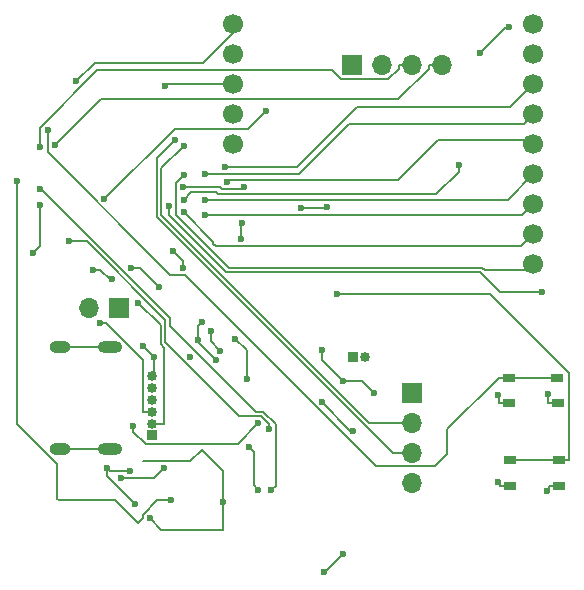
<source format=gbr>
%TF.GenerationSoftware,KiCad,Pcbnew,8.0.1*%
%TF.CreationDate,2024-05-04T10:24:30-07:00*%
%TF.ProjectId,schematic,73636865-6d61-4746-9963-2e6b69636164,rev?*%
%TF.SameCoordinates,Original*%
%TF.FileFunction,Copper,L2,Bot*%
%TF.FilePolarity,Positive*%
%FSLAX46Y46*%
G04 Gerber Fmt 4.6, Leading zero omitted, Abs format (unit mm)*
G04 Created by KiCad (PCBNEW 8.0.1) date 2024-05-04 10:24:30*
%MOMM*%
%LPD*%
G01*
G04 APERTURE LIST*
%TA.AperFunction,ComponentPad*%
%ADD10R,0.850000X0.850000*%
%TD*%
%TA.AperFunction,ComponentPad*%
%ADD11O,0.850000X0.850000*%
%TD*%
%TA.AperFunction,ComponentPad*%
%ADD12O,2.100000X1.000000*%
%TD*%
%TA.AperFunction,ComponentPad*%
%ADD13O,1.800000X1.000000*%
%TD*%
%TA.AperFunction,ComponentPad*%
%ADD14R,1.700000X1.700000*%
%TD*%
%TA.AperFunction,ComponentPad*%
%ADD15O,1.700000X1.700000*%
%TD*%
%TA.AperFunction,SMDPad,CuDef*%
%ADD16R,1.050000X0.650000*%
%TD*%
%TA.AperFunction,ComponentPad*%
%ADD17C,1.700000*%
%TD*%
%TA.AperFunction,ViaPad*%
%ADD18C,0.600000*%
%TD*%
%TA.AperFunction,Conductor*%
%ADD19C,0.200000*%
%TD*%
G04 APERTURE END LIST*
D10*
%TO.P,U4,1,VCC*%
%TO.N,+5V*%
X132600000Y-94400000D03*
D11*
%TO.P,U4,2,DP*%
%TO.N,/DP*%
X132600000Y-93400000D03*
%TO.P,U4,3,DN*%
%TO.N,/DN*%
X132600000Y-92400000D03*
%TO.P,U4,4,CC1*%
%TO.N,/CC1*%
X132600000Y-91400000D03*
%TO.P,U4,5,CC2*%
%TO.N,/CC2*%
X132600000Y-90400000D03*
%TO.P,U4,6,GND*%
%TO.N,GND*%
X132600000Y-89400000D03*
%TD*%
D12*
%TO.P,J5,S1,SHIELD*%
%TO.N,Net-(J5-SHIELD)*%
X129025000Y-86880000D03*
D13*
X124845000Y-86880000D03*
D12*
X129025000Y-95520000D03*
D13*
X124845000Y-95520000D03*
%TD*%
D14*
%TO.P,BT1,1,+*%
%TO.N,Net-(BT1-+)*%
X129800000Y-83600000D03*
D15*
%TO.P,BT1,2,-*%
%TO.N,GND*%
X127260000Y-83600000D03*
%TD*%
D14*
%TO.P,J3,1,Pin_1*%
%TO.N,GND*%
X149550000Y-63050000D03*
D15*
%TO.P,J3,2,Pin_2*%
%TO.N,+3V3*%
X152090000Y-63050000D03*
%TO.P,J3,3,Pin_3*%
%TO.N,/OLED_SCL*%
X154630000Y-63050000D03*
%TO.P,J3,4,Pin_4*%
%TO.N,/OLED_SDA*%
X157170000Y-63050000D03*
%TD*%
D10*
%TO.P,J1,1,Pin_1*%
%TO.N,Net-(BT1-+)*%
X149600000Y-87800000D03*
D11*
%TO.P,J1,2,Pin_2*%
%TO.N,Net-(D1-A)*%
X150600000Y-87800000D03*
%TD*%
D14*
%TO.P,J4,1,Pin_1*%
%TO.N,GND*%
X154650000Y-90780000D03*
D15*
%TO.P,J4,2,Pin_2*%
%TO.N,/TX*%
X154650000Y-93320000D03*
%TO.P,J4,3,Pin_3*%
%TO.N,/RX*%
X154650000Y-95860000D03*
%TO.P,J4,4,Pin_4*%
%TO.N,+3V3*%
X154650000Y-98400000D03*
%TD*%
D16*
%TO.P,SW1,1,1*%
%TO.N,GND*%
X162925000Y-98675000D03*
X167075000Y-98675000D03*
%TO.P,SW1,2,2*%
%TO.N,Net-(U1-EN)*%
X162925000Y-96525000D03*
X167050000Y-96525000D03*
%TD*%
D17*
%TO.P,U5,1,Vin*%
%TO.N,+3V3*%
X164835000Y-59600000D03*
%TO.P,U5,2,GND*%
%TO.N,GND*%
X164835000Y-62140000D03*
%TO.P,U5,3,EN*%
%TO.N,/LORA_EN*%
X164835000Y-64680000D03*
%TO.P,U5,4,G0*%
%TO.N,/LORA_GO*%
X164835000Y-67220000D03*
%TO.P,U5,5,SCK*%
%TO.N,/LORA_SCK*%
X164835000Y-69760000D03*
%TO.P,U5,6,MISO*%
%TO.N,/LORA_MISO*%
X164835000Y-72300000D03*
%TO.P,U5,7,MOSI*%
%TO.N,/LORA_MOSI*%
X164835000Y-74840000D03*
%TO.P,U5,8,CS*%
%TO.N,/LORA_CS*%
X164835000Y-77380000D03*
%TO.P,U5,9,RST*%
%TO.N,/LORA_RST*%
X164835000Y-79920000D03*
%TO.P,U5,10,G1*%
%TO.N,/LORA_G1*%
X139435000Y-59600000D03*
%TO.P,U5,11,G2*%
%TO.N,/LORA_G2*%
X139435000Y-62140000D03*
%TO.P,U5,12,G3*%
%TO.N,/LORA_G3*%
X139435000Y-64680000D03*
%TO.P,U5,13,G4*%
%TO.N,/LORA_G4*%
X139435000Y-67220000D03*
%TO.P,U5,14,G5*%
%TO.N,/LORA_G5*%
X139435000Y-69760000D03*
%TD*%
D16*
%TO.P,SW3,1,1*%
%TO.N,GND*%
X162800000Y-91675000D03*
X166950000Y-91675000D03*
%TO.P,SW3,2,2*%
%TO.N,Net-(U1-IO0)*%
X162800000Y-89525000D03*
X166925000Y-89525000D03*
%TD*%
D18*
%TO.N,GND*%
X131800000Y-86800000D03*
X136800000Y-84800000D03*
X135824265Y-87775735D03*
X132800000Y-87800000D03*
X136475735Y-86324265D03*
X135200000Y-80200000D03*
X151400000Y-90800000D03*
X131200000Y-100200000D03*
X133200000Y-81800000D03*
X147000000Y-87200000D03*
X130758949Y-97400000D03*
X148800000Y-89800000D03*
X147000000Y-91600000D03*
X134400000Y-78800000D03*
X138600000Y-100000000D03*
X166123300Y-90900000D03*
X161884000Y-98307700D03*
X130800000Y-80200000D03*
X161874800Y-91006700D03*
X129200000Y-81200000D03*
X127600000Y-80400000D03*
X166040400Y-99083900D03*
X149600000Y-94000000D03*
X147200000Y-106000000D03*
X128800000Y-97200000D03*
X132400000Y-101400000D03*
X148800000Y-104400000D03*
X138000000Y-88000000D03*
%TO.N,+5V*%
X133600000Y-97200000D03*
X137600000Y-85600000D03*
X137600000Y-85600000D03*
X130000000Y-98000000D03*
X138375735Y-87224265D03*
%TO.N,+3V3*%
X141600000Y-99000000D03*
X140167224Y-77767224D03*
X147400000Y-75033300D03*
X140345800Y-73384600D03*
X145200000Y-75175900D03*
X140800000Y-95400000D03*
X135248300Y-73386900D03*
X140200000Y-76400000D03*
X139600000Y-86200000D03*
X160400000Y-62000000D03*
X140600000Y-89600000D03*
X162800000Y-59800000D03*
%TO.N,Net-(U1-EN)*%
X148267600Y-82440700D03*
%TO.N,/DP*%
X131453000Y-83215500D03*
%TO.N,/DN*%
X128217500Y-84846500D03*
%TO.N,/LED_1*%
X123122500Y-74894200D03*
X122560400Y-78922900D03*
%TO.N,/LED_3*%
X142257000Y-66920500D03*
X128575000Y-74369900D03*
%TO.N,/LED_4*%
X125601800Y-77968300D03*
X142473100Y-93890700D03*
%TO.N,/LED_5*%
X165645200Y-82281500D03*
X133997800Y-75005600D03*
%TO.N,/OLED_SDA*%
X124392000Y-69815700D03*
%TO.N,/OLED_SCL*%
X123120200Y-69982100D03*
%TO.N,/TX*%
X135292700Y-69862100D03*
%TO.N,/RX*%
X134507400Y-69413100D03*
%TO.N,/BAT*%
X158600000Y-71473100D03*
X135285000Y-74429600D03*
%TO.N,Net-(U1-IO0)*%
X123784600Y-68540300D03*
%TO.N,/BTN_1*%
X134200000Y-99898900D03*
X121205600Y-72825000D03*
%TO.N,/BTN_2*%
X142703800Y-99059200D03*
X123109900Y-73534300D03*
%TO.N,/LORA_CS*%
X135276100Y-75481200D03*
%TO.N,/LORA_RST*%
X135295400Y-72353500D03*
%TO.N,/LORA_GO*%
X137105300Y-72277000D03*
%TO.N,/LORA_EN*%
X138790200Y-71680200D03*
%TO.N,/LORA_SCK*%
X138978700Y-72939100D03*
%TO.N,/LORA_G1*%
X126204700Y-64396500D03*
%TO.N,/LORA_MISO*%
X137117100Y-74433300D03*
%TO.N,/LORA_MOSI*%
X137125800Y-75775900D03*
%TO.N,/LORA_G3*%
X133711600Y-64776800D03*
%TO.N,Net-(J5-CC2)*%
X131005700Y-93573600D03*
X141599900Y-93382600D03*
%TD*%
D19*
%TO.N,GND*%
X132600000Y-89400000D02*
X132800000Y-89200000D01*
X138600000Y-100000000D02*
X138600000Y-97400000D01*
X133400000Y-102400000D02*
X132400000Y-101400000D01*
X130800000Y-80200000D02*
X131600000Y-80200000D01*
X149400000Y-94000000D02*
X149600000Y-94000000D01*
X128800000Y-97200000D02*
X128800000Y-97800000D01*
X147000000Y-91600000D02*
X149400000Y-94000000D01*
X148800000Y-89800000D02*
X150400000Y-89800000D01*
X129000000Y-97400000D02*
X130758949Y-97400000D01*
X135800000Y-96600000D02*
X131800000Y-96600000D01*
X135200000Y-80200000D02*
X135200000Y-79600000D01*
X148800000Y-89800000D02*
X147000000Y-88000000D01*
X132800000Y-87800000D02*
X131800000Y-86800000D01*
X167075000Y-98675000D02*
X166248300Y-98675000D01*
X135200000Y-79600000D02*
X134400000Y-78800000D01*
X131600000Y-80200000D02*
X133200000Y-81800000D01*
X161874800Y-91006700D02*
X161973300Y-91105200D01*
X129000000Y-81200000D02*
X129200000Y-81200000D01*
X147400000Y-105800000D02*
X148800000Y-104400000D01*
X136475735Y-86324265D02*
X136475735Y-85124265D01*
X136800000Y-95600000D02*
X135800000Y-96600000D01*
X147000000Y-88000000D02*
X147000000Y-87200000D01*
X161884000Y-98307700D02*
X162098300Y-98522000D01*
X138600000Y-97400000D02*
X136800000Y-95600000D01*
X128200000Y-80400000D02*
X129000000Y-81200000D01*
X136475735Y-86475735D02*
X136475735Y-86324265D01*
X136475735Y-85124265D02*
X136800000Y-84800000D01*
X138000000Y-88000000D02*
X136475735Y-86475735D01*
X138600000Y-100000000D02*
X138600000Y-102400000D01*
X166123300Y-90900000D02*
X166123300Y-91675000D01*
X138600000Y-102400000D02*
X133400000Y-102400000D01*
X166040400Y-99083900D02*
X166248300Y-98876000D01*
X132800000Y-89200000D02*
X132800000Y-87800000D01*
X162800000Y-91675000D02*
X161973300Y-91675000D01*
X166248300Y-98876000D02*
X166248300Y-98675000D01*
X166950000Y-91675000D02*
X166123300Y-91675000D01*
X128800000Y-97800000D02*
X131200000Y-100200000D01*
X128800000Y-97200000D02*
X129000000Y-97400000D01*
X161973300Y-91105200D02*
X161973300Y-91675000D01*
X150400000Y-89800000D02*
X151400000Y-90800000D01*
X162098300Y-98522000D02*
X162098300Y-98675000D01*
X127600000Y-80400000D02*
X128200000Y-80400000D01*
X147200000Y-106000000D02*
X147400000Y-105800000D01*
X162925000Y-98675000D02*
X162098300Y-98675000D01*
%TO.N,+5V*%
X132800000Y-98000000D02*
X133600000Y-97200000D01*
X137600000Y-86448530D02*
X137600000Y-85600000D01*
X130000000Y-98000000D02*
X132800000Y-98000000D01*
X138375735Y-87224265D02*
X137600000Y-86448530D01*
%TO.N,+3V3*%
X147257400Y-75175900D02*
X147400000Y-75033300D01*
X138528600Y-73580000D02*
X138335500Y-73386900D01*
X138335500Y-73386900D02*
X135248300Y-73386900D01*
X141200000Y-98600000D02*
X141200000Y-95800000D01*
X140150400Y-73580000D02*
X138528600Y-73580000D01*
X140167224Y-76432776D02*
X140200000Y-76400000D01*
X140600000Y-89600000D02*
X140600000Y-87200000D01*
X162600000Y-59800000D02*
X162800000Y-59800000D01*
X141600000Y-99000000D02*
X141200000Y-98600000D01*
X140345800Y-73384600D02*
X140150400Y-73580000D01*
X140600000Y-87200000D02*
X139600000Y-86200000D01*
X141200000Y-95800000D02*
X140800000Y-95400000D01*
X145200000Y-75175900D02*
X147257400Y-75175900D01*
X140167224Y-77767224D02*
X140167224Y-76432776D01*
X160400000Y-62000000D02*
X162600000Y-59800000D01*
%TO.N,Net-(U1-EN)*%
X148267600Y-82440700D02*
X161220400Y-82440700D01*
X167050000Y-96525000D02*
X162925000Y-96525000D01*
X161220400Y-82440700D02*
X167876700Y-89097000D01*
X167050000Y-96525000D02*
X167876700Y-96525000D01*
X167876700Y-89097000D02*
X167876700Y-96525000D01*
%TO.N,/DP*%
X133326700Y-86692385D02*
X133326700Y-85089200D01*
X133600000Y-93400000D02*
X133600000Y-86965686D01*
X133326700Y-85089200D02*
X131453000Y-83215500D01*
X133600000Y-86965686D02*
X133326700Y-86692385D01*
X132600000Y-93400000D02*
X133600000Y-93400000D01*
%TO.N,/DN*%
X128696800Y-84846500D02*
X128217500Y-84846500D01*
X131873300Y-88023000D02*
X128696800Y-84846500D01*
X131873300Y-92400000D02*
X131873300Y-88023000D01*
X132600000Y-92400000D02*
X131873300Y-92400000D01*
%TO.N,/LED_1*%
X123122500Y-78360800D02*
X123122500Y-74894200D01*
X122560400Y-78922900D02*
X123122500Y-78360800D01*
%TO.N,/LED_3*%
X140747500Y-68430000D02*
X134514900Y-68430000D01*
X142257000Y-66920500D02*
X140747500Y-68430000D01*
X134514900Y-68430000D02*
X128575000Y-74369900D01*
%TO.N,/LED_4*%
X125601800Y-77968300D02*
X127054329Y-77968300D01*
X133726700Y-84640671D02*
X133726700Y-86526700D01*
X133726700Y-86526700D02*
X139982600Y-92782600D01*
X142473100Y-93407271D02*
X142473100Y-93890700D01*
X139982600Y-92782600D02*
X141848429Y-92782600D01*
X127054329Y-77968300D02*
X133726700Y-84640671D01*
X141848429Y-92782600D02*
X142473100Y-93407271D01*
%TO.N,/LED_5*%
X165645200Y-82281500D02*
X162077300Y-82281500D01*
X133997800Y-75717400D02*
X133997800Y-75005600D01*
X138880400Y-80600000D02*
X133997800Y-75717400D01*
X160395800Y-80600000D02*
X138880400Y-80600000D01*
X162077300Y-82281500D02*
X160395800Y-80600000D01*
%TO.N,/OLED_SDA*%
X153409200Y-65947000D02*
X128260700Y-65947000D01*
X157170000Y-63050000D02*
X156018300Y-63050000D01*
X156018300Y-63337900D02*
X153409200Y-65947000D01*
X128260700Y-65947000D02*
X124392000Y-69815700D01*
X156018300Y-63050000D02*
X156018300Y-63337900D01*
%TO.N,/OLED_SCL*%
X153478300Y-63338000D02*
X152614600Y-64201700D01*
X153478300Y-63050000D02*
X153478300Y-63338000D01*
X152614600Y-64201700D02*
X148575000Y-64201700D01*
X127977100Y-63483000D02*
X123120200Y-68339900D01*
X148575000Y-64201700D02*
X147856300Y-63483000D01*
X147856300Y-63483000D02*
X127977100Y-63483000D01*
X123120200Y-68339900D02*
X123120200Y-69982100D01*
X154630000Y-63050000D02*
X153478300Y-63050000D01*
%TO.N,/TX*%
X133384700Y-75707000D02*
X133384700Y-71770100D01*
X133384700Y-71770100D02*
X135292700Y-69862100D01*
X150997700Y-93320000D02*
X133384700Y-75707000D01*
X154650000Y-93320000D02*
X150997700Y-93320000D01*
%TO.N,/RX*%
X152965500Y-95860000D02*
X132979100Y-75873600D01*
X132979100Y-75873600D02*
X132979100Y-70941400D01*
X154650000Y-95860000D02*
X152965500Y-95860000D01*
X132979100Y-70941400D02*
X134507400Y-69413100D01*
%TO.N,/BAT*%
X138176800Y-73996400D02*
X138010500Y-73830100D01*
X156678600Y-73996400D02*
X138176800Y-73996400D01*
X158600000Y-72075000D02*
X156678600Y-73996400D01*
X158600000Y-71473100D02*
X158600000Y-72075000D01*
X138010500Y-73830100D02*
X135884500Y-73830100D01*
X135884500Y-73830100D02*
X135285000Y-74429600D01*
%TO.N,Net-(U1-IO0)*%
X157600000Y-93898300D02*
X157600000Y-96000000D01*
X157600000Y-96000000D02*
X156586600Y-97013400D01*
X162800000Y-89525000D02*
X161973300Y-89525000D01*
X123784600Y-70428029D02*
X123784600Y-68540300D01*
X166925000Y-89525000D02*
X162800000Y-89525000D01*
X151564871Y-97013400D02*
X146400000Y-91848529D01*
X156586600Y-97013400D02*
X151564871Y-97013400D01*
X161973300Y-89525000D02*
X157600000Y-93898300D01*
X146400000Y-91800000D02*
X135400000Y-80800000D01*
X135400000Y-80800000D02*
X134156571Y-80800000D01*
X146400000Y-91848529D02*
X146400000Y-91800000D01*
X134156571Y-80800000D02*
X123784600Y-70428029D01*
%TO.N,/BTN_1*%
X121205600Y-93456100D02*
X124565500Y-96816000D01*
X131400000Y-101800000D02*
X131800000Y-101400000D01*
X124550000Y-98168629D02*
X124550000Y-99750000D01*
X131800000Y-101400000D02*
X131800000Y-101151471D01*
X129498900Y-99898900D02*
X131400000Y-101800000D01*
X124550000Y-99750000D02*
X124698900Y-99898900D01*
X131800000Y-101151471D02*
X133052571Y-99898900D01*
X124565500Y-98153129D02*
X124550000Y-98168629D01*
X121205600Y-72825000D02*
X121205600Y-93456100D01*
X124698900Y-99898900D02*
X129498900Y-99898900D01*
X133052571Y-99898900D02*
X134200000Y-99898900D01*
X124565500Y-96816000D02*
X124565500Y-98153129D01*
%TO.N,/BTN_2*%
X123186015Y-73534300D02*
X123109900Y-73534300D01*
X134126700Y-84474985D02*
X123186015Y-73534300D01*
X134126700Y-85126700D02*
X134126700Y-84474985D01*
X143078100Y-98684900D02*
X143078100Y-93446585D01*
X141382600Y-92382600D02*
X134126700Y-85126700D01*
X142703800Y-99059200D02*
X143078100Y-98684900D01*
X142014115Y-92382600D02*
X141382600Y-92382600D01*
X143078100Y-93446585D02*
X142014115Y-92382600D01*
%TO.N,/LORA_CS*%
X137794900Y-78000000D02*
X135276100Y-75481200D01*
X138000000Y-78400000D02*
X137794900Y-78194900D01*
X163815000Y-78400000D02*
X138000000Y-78400000D01*
X164835000Y-77380000D02*
X163815000Y-78400000D01*
X137794900Y-78194900D02*
X137794900Y-78000000D01*
%TO.N,/LORA_RST*%
X164835000Y-79920000D02*
X164355000Y-80400000D01*
X139091900Y-80200000D02*
X134615200Y-75723300D01*
X134615200Y-75723300D02*
X134615200Y-73033700D01*
X134615200Y-73033700D02*
X135295400Y-72353500D01*
X160761486Y-80400000D02*
X160561485Y-80200000D01*
X160561485Y-80200000D02*
X139091900Y-80200000D01*
X164355000Y-80400000D02*
X160761486Y-80400000D01*
%TO.N,/LORA_GO*%
X145035300Y-72281900D02*
X149317200Y-68000000D01*
X137105300Y-72277000D02*
X137110200Y-72281900D01*
X137110200Y-72281900D02*
X145035300Y-72281900D01*
X149317200Y-68000000D02*
X164055000Y-68000000D01*
X164055000Y-68000000D02*
X164835000Y-67220000D01*
%TO.N,/LORA_EN*%
X162915000Y-66600000D02*
X149949400Y-66600000D01*
X144869200Y-71680200D02*
X138790200Y-71680200D01*
X164835000Y-64680000D02*
X162915000Y-66600000D01*
X149949400Y-66600000D02*
X144869200Y-71680200D01*
%TO.N,/LORA_SCK*%
X156799100Y-69400000D02*
X153416200Y-72782900D01*
X164835000Y-69760000D02*
X164475000Y-69400000D01*
X153416200Y-72782900D02*
X139134900Y-72782900D01*
X139134900Y-72782900D02*
X138978700Y-72939100D01*
X164475000Y-69400000D02*
X156799100Y-69400000D01*
%TO.N,/LORA_G1*%
X136882000Y-62846400D02*
X127754800Y-62846400D01*
X127754800Y-62846400D02*
X126204700Y-64396500D01*
X139435000Y-60293400D02*
X136882000Y-62846400D01*
X139435000Y-59600000D02*
X139435000Y-60293400D01*
%TO.N,/LORA_MISO*%
X164835000Y-72300000D02*
X162701700Y-74433300D01*
X162701700Y-74433300D02*
X137117100Y-74433300D01*
%TO.N,/LORA_MOSI*%
X163899100Y-75775900D02*
X137125800Y-75775900D01*
X164835000Y-74840000D02*
X163899100Y-75775900D01*
%TO.N,/LORA_G3*%
X133808400Y-64680000D02*
X133711600Y-64776800D01*
X139435000Y-64680000D02*
X133808400Y-64680000D01*
%TO.N,Net-(J5-SHIELD)*%
X124845000Y-95520000D02*
X129025000Y-95520000D01*
X124845000Y-86880000D02*
X129025000Y-86880000D01*
%TO.N,Net-(J5-CC2)*%
X131005700Y-94093400D02*
X131005700Y-93573600D01*
X132056900Y-95144600D02*
X131005700Y-94093400D01*
X139837900Y-95144600D02*
X132056900Y-95144600D01*
X141599900Y-93382600D02*
X139837900Y-95144600D01*
%TD*%
M02*

</source>
